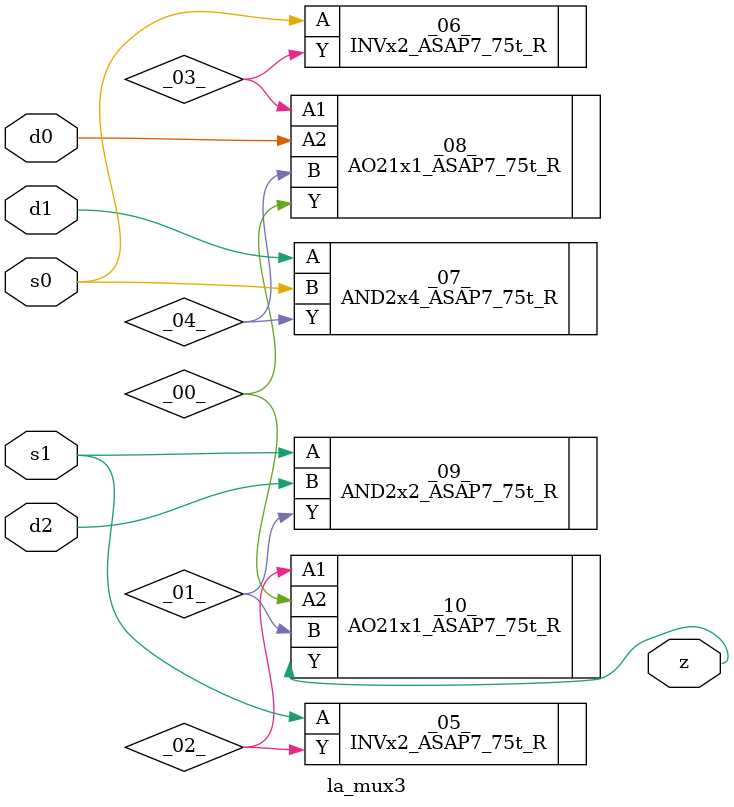
<source format=v>

/* Generated by Yosys 0.37 (git sha1 a5c7f69ed, clang 14.0.0-1ubuntu1.1 -fPIC -Os) */

module la_mux3(d0, d1, d2, s0, s1, z);
  wire _00_;
  wire _01_;
  wire _02_;
  wire _03_;
  wire _04_;
  input d0;
  wire d0;
  input d1;
  wire d1;
  input d2;
  wire d2;
  input s0;
  wire s0;
  input s1;
  wire s1;
  output z;
  wire z;
  INVx2_ASAP7_75t_R _05_ (
    .A(s1),
    .Y(_02_)
  );
  INVx2_ASAP7_75t_R _06_ (
    .A(s0),
    .Y(_03_)
  );
  AND2x4_ASAP7_75t_R _07_ (
    .A(d1),
    .B(s0),
    .Y(_04_)
  );
  AO21x1_ASAP7_75t_R _08_ (
    .A1(_03_),
    .A2(d0),
    .B(_04_),
    .Y(_00_)
  );
  AND2x2_ASAP7_75t_R _09_ (
    .A(s1),
    .B(d2),
    .Y(_01_)
  );
  AO21x1_ASAP7_75t_R _10_ (
    .A1(_02_),
    .A2(_00_),
    .B(_01_),
    .Y(z)
  );
endmodule

</source>
